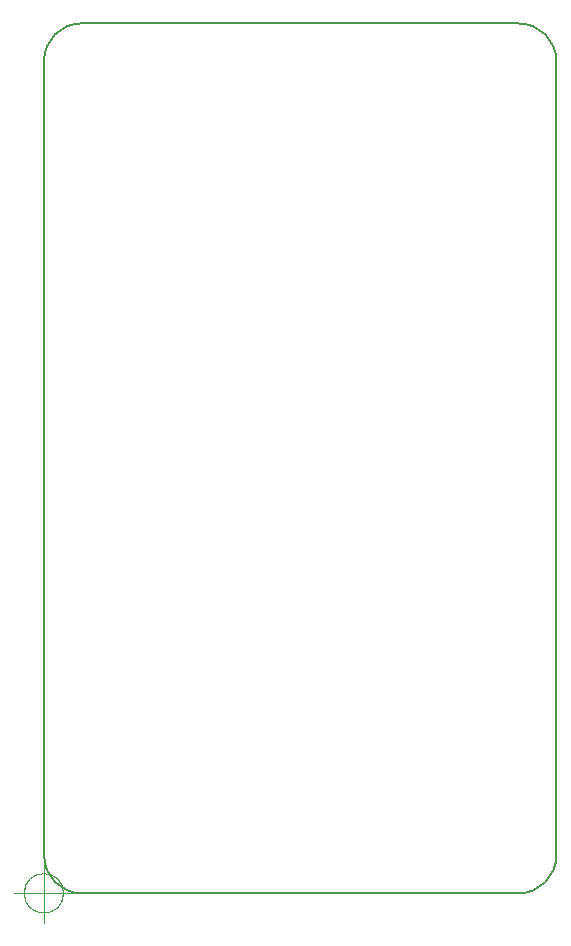
<source format=gm1>
G04 #@! TF.GenerationSoftware,KiCad,Pcbnew,(6.0.7)*
G04 #@! TF.CreationDate,2022-10-10T16:15:31+05:30*
G04 #@! TF.ProjectId,esp_lora_iot,6573705f-6c6f-4726-915f-696f742e6b69,rev?*
G04 #@! TF.SameCoordinates,Original*
G04 #@! TF.FileFunction,Profile,NP*
%FSLAX46Y46*%
G04 Gerber Fmt 4.6, Leading zero omitted, Abs format (unit mm)*
G04 Created by KiCad (PCBNEW (6.0.7)) date 2022-10-10 16:15:31*
%MOMM*%
%LPD*%
G01*
G04 APERTURE LIST*
G04 #@! TA.AperFunction,Profile*
%ADD10C,0.200000*%
G04 #@! TD*
G04 #@! TA.AperFunction,Profile*
%ADD11C,0.100000*%
G04 #@! TD*
G04 APERTURE END LIST*
D10*
X154305000Y-45720000D02*
G75*
G03*
X151130000Y-48895000I0J-3175000D01*
G01*
X154305000Y-45720000D02*
X191328336Y-45729864D01*
X151139864Y-116195136D02*
X151130000Y-48895000D01*
X151139864Y-116195136D02*
G75*
G03*
X154314864Y-119370136I3175036J36D01*
G01*
X194503336Y-48904864D02*
G75*
G03*
X191328336Y-45729864I-3175036J-36D01*
G01*
X191328336Y-119370136D02*
X154314864Y-119370136D01*
X191328336Y-119370136D02*
G75*
G03*
X194503336Y-116195136I-36J3175036D01*
G01*
X194503336Y-48904864D02*
X194503336Y-116195136D01*
D11*
X152771266Y-119380000D02*
G75*
G03*
X152771266Y-119380000I-1666666J0D01*
G01*
X148604600Y-119380000D02*
X153604600Y-119380000D01*
X151104600Y-116880000D02*
X151104600Y-121880000D01*
X152796666Y-119380000D02*
G75*
G03*
X152796666Y-119380000I-1666666J0D01*
G01*
X148630000Y-119380000D02*
X153630000Y-119380000D01*
X151130000Y-116880000D02*
X151130000Y-121880000D01*
M02*

</source>
